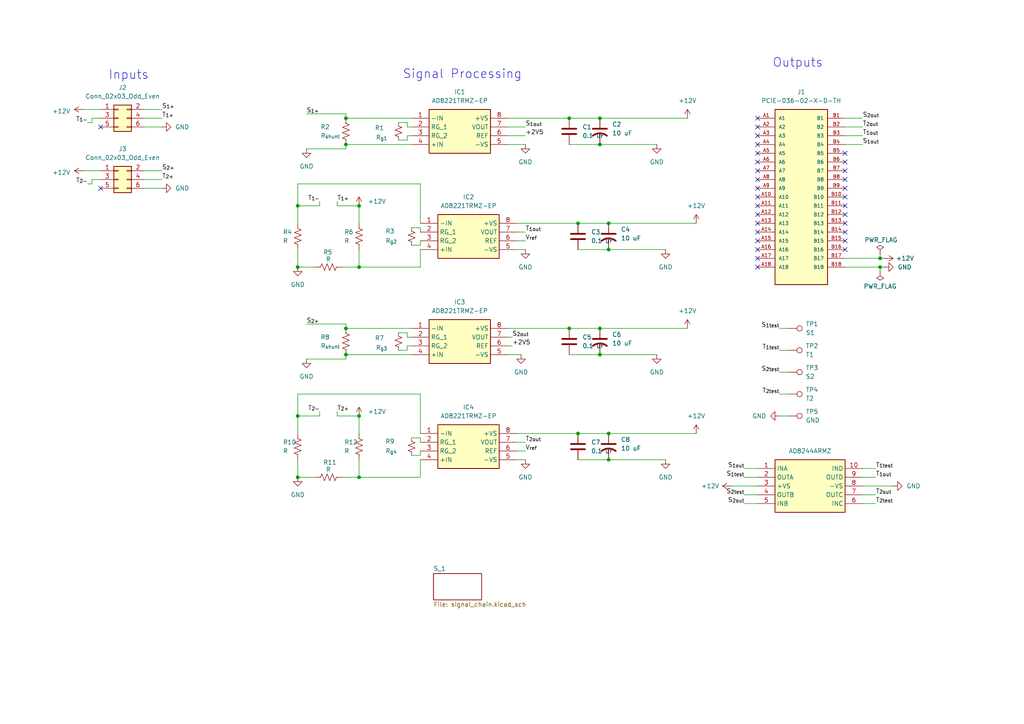
<source format=kicad_sch>
(kicad_sch (version 20250114) (generator "eeschema") (generator_version "9.0")
  (paper "A4")
  (lib_symbols
    (symbol "Connector:TestPoint" (pin_numbers (hide yes)) (pin_names (offset 0.762) (hide yes))
      (property "Reference" "TP" (at 0 6.858 0))
      (property "Value" "TestPoint" (at 0 5.08 0))
      (symbol "TestPoint_0_1"
        (circle (center 0 3.302) (radius 0.762))
      )
      (symbol "TestPoint_1_1"
        (pin passive line (at 0 0 90) (length 2.54) (name "1") (number "1"))
      )
    )
    (symbol "Connector_Generic:Conn_02x03_Odd_Even" (pin_names (offset 1.016) (hide yes))
      (property "Reference" "J" (at 1.27 5.08 0))
      (property "Value" "Conn_02x03_Odd_Even" (at 1.27 -5.08 0))
      (symbol "Conn_02x03_Odd_Even_1_1"
        (rectangle (start -1.27 3.81) (end 3.81 -3.81) (stroke (width 0.254)) (fill (type background)))
        (rectangle (start -1.27 2.667) (end 0 2.413) (stroke (width 0.1524)))
        (rectangle (start -1.27 0.127) (end 0 -0.127) (stroke (width 0.1524)))
        (rectangle (start -1.27 -2.413) (end 0 -2.667) (stroke (width 0.1524)))
        (rectangle (start 3.81 2.667) (end 2.54 2.413) (stroke (width 0.1524)))
        (rectangle (start 3.81 0.127) (end 2.54 -0.127) (stroke (width 0.1524)))
        (rectangle (start 3.81 -2.413) (end 2.54 -2.667) (stroke (width 0.1524)))
        (pin passive line (at -5.08 2.54 0) (length 3.81) (name "Pin_1") (number "1"))
        (pin passive line (at -5.08 0 0) (length 3.81) (name "Pin_3") (number "3"))
        (pin passive line (at -5.08 -2.54 0) (length 3.81) (name "Pin_5") (number "5"))
        (pin passive line (at 7.62 2.54 180) (length 3.81) (name "Pin_2") (number "2"))
        (pin passive line (at 7.62 0 180) (length 3.81) (name "Pin_4") (number "4"))
        (pin passive line (at 7.62 -2.54 180) (length 3.81) (name "Pin_6") (number "6"))
      )
    )
    (symbol "Device:C" (pin_numbers (hide yes)) (pin_names (offset 0.254))
      (property "Reference" "C" (at 0.635 2.54 0))
      (property "Value" "C" (at 0.635 -2.54 0))
      (symbol "C_0_1"
        (polyline (pts (xy -2.032 0.762) (xy 2.032 0.762)) (stroke (width 0.508)))
        (polyline (pts (xy -2.032 -0.762) (xy 2.032 -0.762)) (stroke (width 0.508)))
      )
      (symbol "C_1_1"
        (pin passive line (at 0 3.81 270) (length 2.794) (name "~") (number "1"))
        (pin passive line (at 0 -3.81 90) (length 2.794) (name "~") (number "2"))
      )
    )
    (symbol "Device:C_US" (pin_numbers (hide yes)) (pin_names (offset 0.254) (hide yes))
      (property "Reference" "C" (at 0.635 2.54 0))
      (property "Value" "C_US" (at 0.635 -2.54 0))
      (symbol "C_US_0_1"
        (polyline (pts (xy -2.032 0.762) (xy 2.032 0.762)) (stroke (width 0.508)))
        (arc (start -2.032 -1.27) (mid 0 -0.5572) (end 2.032 -1.27) (stroke (width 0.508)))
      )
      (symbol "C_US_1_1"
        (pin passive line (at 0 3.81 270) (length 2.794) (name "~") (number "1"))
        (pin passive line (at 0 -3.81 90) (length 3.302) (name "~") (number "2"))
      )
    )
    (symbol "Device:R_Small_US" (pin_numbers (hide yes)) (pin_names (offset 0.254) (hide yes))
      (property "Reference" "R" (at 0.762 0.508 0))
      (property "Value" "R_Small_US" (at 0.762 -1.016 0))
      (symbol "R_Small_US_1_1"
        (polyline (pts (xy 0 1.524) (xy 1.016 1.143) (xy 0 0.762) (xy -1.016 0.381) (xy 0 0)))
        (polyline (pts (xy 0 0) (xy 1.016 -0.381) (xy 0 -0.762) (xy -1.016 -1.143) (xy 0 -1.524)))
        (pin passive line (at 0 2.54 270) (length 1.016) (name "~") (number "1"))
        (pin passive line (at 0 -2.54 90) (length 1.016) (name "~") (number "2"))
      )
    )
    (symbol "Device:R_US" (pin_numbers (hide yes)) (pin_names (offset 0))
      (property "Reference" "R" (at 2.54 0 90))
      (property "Value" "R_US" (at -2.54 0 90))
      (symbol "R_US_0_1"
        (polyline (pts (xy 0 2.286) (xy 0 2.54)))
        (polyline (pts (xy 0 2.286) (xy 1.016 1.905) (xy 0 1.524) (xy -1.016 1.143) (xy 0 0.762)))
        (polyline (pts (xy 0 0.762) (xy 1.016 0.381) (xy 0 0) (xy -1.016 -0.381) (xy 0 -0.762)))
        (polyline (pts (xy 0 -0.762) (xy 1.016 -1.143) (xy 0 -1.524) (xy -1.016 -1.905) (xy 0 -2.286)))
        (polyline (pts (xy 0 -2.286) (xy 0 -2.54)))
      )
      (symbol "R_US_1_1"
        (pin passive line (at 0 3.81 270) (length 1.27) (name "~") (number "1"))
        (pin passive line (at 0 -3.81 90) (length 1.27) (name "~") (number "2"))
      )
    )
    (symbol "Link_Components:AD8221TRMZ"
      (property "Reference" "IC1" (at 13.97 7.62 0))
      (property "Value" "AD8221TRMZ" (at 13.97 5.08 0))
      (symbol "AD8221TRMZ_1_1"
        (rectangle (start 5.08 2.54) (end 22.86 -10.16) (stroke (width 0.254)) (fill (type background)))
        (pin passive line (at 0 0 0) (length 5.08) (name "-IN") (number "1"))
        (pin passive line (at 0 -2.54 0) (length 5.08) (name "RG_1") (number "2"))
        (pin passive line (at 0 -5.08 0) (length 5.08) (name "RG_2") (number "3"))
        (pin passive line (at 0 -7.62 0) (length 5.08) (name "+IN") (number "4"))
        (pin passive line (at 27.94 0 180) (length 5.08) (name "+VS") (number "8"))
        (pin passive line (at 27.94 -2.54 180) (length 5.08) (name "VOUT") (number "7"))
        (pin passive line (at 27.94 -5.08 180) (length 5.08) (name "REF") (number "6"))
        (pin passive line (at 27.94 -7.62 180) (length 5.08) (name "-VS") (number "5"))
      )
    )
    (symbol "Link_Components:AD8244ARMZ"
      (property "Reference" "L" (at 26.67 7.62 0))
      (property "Value" "AD8244ARMZ" (at 26.67 5.08 0))
      (symbol "AD8244ARMZ_1_1"
        (rectangle (start 5.08 2.54) (end 25.4 -12.7) (stroke (width 0.254)) (fill (type background)))
        (pin passive line (at 0 0 0) (length 5.08) (name "INA") (number "1"))
        (pin passive line (at 0 -2.54 0) (length 5.08) (name "OUTA") (number "2"))
        (pin passive line (at 0 -5.08 0) (length 5.08) (name "+VS") (number "3"))
        (pin passive line (at 0 -7.62 0) (length 5.08) (name "OUTB") (number "4"))
        (pin passive line (at 0 -10.16 0) (length 5.08) (name "INB") (number "5"))
        (pin passive line (at 30.48 0 180) (length 5.08) (name "IND") (number "10"))
        (pin passive line (at 30.48 -2.54 180) (length 5.08) (name "OUTD") (number "9"))
        (pin passive line (at 30.48 -5.08 180) (length 5.08) (name "-VS") (number "8"))
        (pin passive line (at 30.48 -7.62 180) (length 5.08) (name "OUTC") (number "7"))
        (pin passive line (at 30.48 -10.16 180) (length 5.08) (name "INC") (number "6"))
      )
    )
    (symbol "Link_Components:PCIE-036-02-X-D-TH" (pin_names (offset 1.016))
      (property "Reference" "J1" (at 0 30.48 0))
      (property "Value" "PCIE-036-02-X-D-TH" (at 0 27.94 0))
      (symbol "PCIE-036-02-X-D-TH_0_0"
        (rectangle (start -7.62 -25.4) (end 7.62 25.4) (stroke (width 0.254)) (fill (type background)))
        (pin passive line (at -12.7 22.86 0) (length 5.08) (name "A1") (number "A1"))
        (pin passive line (at -12.7 20.32 0) (length 5.08) (name "A2") (number "A2"))
        (pin passive line (at -12.7 17.78 0) (length 5.08) (name "A3") (number "A3"))
        (pin passive line (at -12.7 15.24 0) (length 5.08) (name "A4") (number "A4"))
        (pin passive line (at -12.7 12.7 0) (length 5.08) (name "A5") (number "A5"))
        (pin passive line (at -12.7 10.16 0) (length 5.08) (name "A6") (number "A6"))
        (pin passive line (at -12.7 7.62 0) (length 5.08) (name "A7") (number "A7"))
        (pin passive line (at -12.7 5.08 0) (length 5.08) (name "A8") (number "A8"))
        (pin passive line (at -12.7 2.54 0) (length 5.08) (name "A9") (number "A9"))
        (pin passive line (at -12.7 0 0) (length 5.08) (name "A10") (number "A10"))
        (pin passive line (at -12.7 -2.54 0) (length 5.08) (name "A11") (number "A11"))
        (pin passive line (at -12.7 -5.08 0) (length 5.08) (name "A12") (number "A12"))
        (pin passive line (at -12.7 -7.62 0) (length 5.08) (name "A13") (number "A13"))
        (pin passive line (at -12.7 -10.16 0) (length 5.08) (name "A14") (number "A14"))
        (pin passive line (at -12.7 -12.7 0) (length 5.08) (name "A15") (number "A15"))
        (pin passive line (at -12.7 -15.24 0) (length 5.08) (name "A16") (number "A16"))
        (pin passive line (at -12.7 -17.78 0) (length 5.08) (name "A17") (number "A17"))
        (pin passive line (at -12.7 -20.32 0) (length 5.08) (name "A18") (number "A18"))
        (pin passive line (at 12.7 22.86 180) (length 5.08) (name "B1") (number "B1"))
        (pin passive line (at 12.7 20.32 180) (length 5.08) (name "B2") (number "B2"))
        (pin passive line (at 12.7 17.78 180) (length 5.08) (name "B3") (number "B3"))
        (pin passive line (at 12.7 15.24 180) (length 5.08) (name "B4") (number "B4"))
        (pin passive line (at 12.7 12.7 180) (length 5.08) (name "B5") (number "B5"))
        (pin passive line (at 12.7 10.16 180) (length 5.08) (name "B6") (number "B6"))
        (pin passive line (at 12.7 7.62 180) (length 5.08) (name "B7") (number "B7"))
        (pin passive line (at 12.7 5.08 180) (length 5.08) (name "B8") (number "B8"))
        (pin passive line (at 12.7 2.54 180) (length 5.08) (name "B9") (number "B9"))
        (pin passive line (at 12.7 0 180) (length 5.08) (name "B10") (number "B10"))
        (pin passive line (at 12.7 -2.54 180) (length 5.08) (name "B11") (number "B11"))
        (pin passive line (at 12.7 -5.08 180) (length 5.08) (name "B12") (number "B12"))
        (pin passive line (at 12.7 -7.62 180) (length 5.08) (name "B13") (number "B13"))
        (pin passive line (at 12.7 -10.16 180) (length 5.08) (name "B14") (number "B14"))
        (pin passive line (at 12.7 -12.7 180) (length 5.08) (name "B15") (number "B15"))
        (pin passive line (at 12.7 -15.24 180) (length 5.08) (name "B16") (number "B16"))
        (pin passive line (at 12.7 -20.32 180) (length 5.08) (name "B18") (number "B18"))
      )
      (symbol "PCIE-036-02-X-D-TH_1_0"
        (pin passive line (at 12.7 -17.78 180) (length 5.08) (name "B17") (number "B17"))
      )
    )
    (symbol "power:+12V" (power) (pin_numbers (hide yes)) (pin_names (offset 0) (hide yes))
      (property "Value" "+12V" (at 0 3.556 0))
      (symbol "+12V_0_1"
        (polyline (pts (xy -0.762 1.27) (xy 0 2.54)))
        (polyline (pts (xy 0 2.54) (xy 0.762 1.27)))
        (polyline (pts (xy 0 0) (xy 0 2.54)))
      )
      (symbol "+12V_1_1"
        (pin power_in line (at 0 0 90) (length 0) (name "~") (number "1"))
      )
    )
    (symbol "power:GND" (power) (pin_numbers (hide yes)) (pin_names (offset 0) (hide yes))
      (property "Value" "GND" (at 0 -3.81 0))
      (symbol "GND_0_1"
        (polyline (pts (xy 0 0) (xy 0 -1.27) (xy 1.27 -1.27) (xy 0 -2.54) (xy -1.27 -1.27) (xy 0 -1.27)))
      )
      (symbol "GND_1_1"
        (pin power_in line (at 0 0 270) (length 0) (name "~") (number "1"))
      )
    )
    (symbol "power:PWR_FLAG" (power) (pin_numbers (hide yes)) (pin_names (offset 0) (hide yes))
      (property "Value" "PWR_FLAG" (at 0 3.81 0))
      (symbol "PWR_FLAG_0_0"
        (pin power_out line (at 0 0 90) (length 0) (name "~") (number "1"))
      )
      (symbol "PWR_FLAG_0_1"
        (polyline (pts (xy 0 0) (xy 0 1.27) (xy -1.016 1.905) (xy 0 2.54) (xy 1.016 1.905) (xy 0 1.27)))
      )
    )
  )
  (text "Inputs\n" (at 37.338 21.844 0) (effects (font (size 2.54 2.54))))
  (text "Signal Processing" (at 134.112 21.59 0) (effects (font (size 2.54 2.54))))
  (text "Outputs" (at 231.394 18.288 0) (effects (font (size 2.54 2.54))))
  (junction (at 86.36 77.47))
  (junction (at 173.99 95.25))
  (junction (at 86.36 120.65))
  (junction (at 173.99 41.91))
  (junction (at 173.99 34.29))
  (junction (at 176.53 64.77))
  (junction (at 100.33 34.29))
  (junction (at 176.53 133.35))
  (junction (at 104.14 77.47))
  (junction (at 100.33 102.87))
  (junction (at 104.14 138.43))
  (junction (at 104.14 59.69))
  (junction (at 255.27 74.93))
  (junction (at 255.27 77.47))
  (junction (at 165.1 34.29))
  (junction (at 100.33 41.91))
  (junction (at 167.64 125.73))
  (junction (at 86.36 59.69))
  (junction (at 104.14 120.65))
  (junction (at 176.53 72.39))
  (junction (at 167.64 64.77))
  (junction (at 100.33 95.25))
  (junction (at 176.53 125.73))
  (junction (at 173.99 102.87))
  (junction (at 165.1 95.25))
  (junction (at 86.36 138.43))
  (no_connect (at 219.71 77.47))
  (no_connect (at 245.11 64.77))
  (no_connect (at 219.71 69.85))
  (no_connect (at 219.71 59.69))
  (no_connect (at 219.71 72.39))
  (no_connect (at 245.11 59.69))
  (no_connect (at 219.71 46.99))
  (no_connect (at 245.11 57.15))
  (no_connect (at 219.71 62.23))
  (no_connect (at 245.11 67.31))
  (no_connect (at 219.71 74.93))
  (no_connect (at 29.21 36.83))
  (no_connect (at 219.71 52.07))
  (no_connect (at 219.71 64.77))
  (no_connect (at 219.71 67.31))
  (no_connect (at 245.11 69.85))
  (no_connect (at 219.71 54.61))
  (no_connect (at 245.11 52.07))
  (no_connect (at 245.11 54.61))
  (no_connect (at 219.71 44.45))
  (no_connect (at 219.71 36.83))
  (no_connect (at 219.71 39.37))
  (no_connect (at 245.11 44.45))
  (no_connect (at 219.71 49.53))
  (no_connect (at 29.21 54.61))
  (no_connect (at 245.11 49.53))
  (no_connect (at 219.71 57.15))
  (no_connect (at 219.71 41.91))
  (no_connect (at 219.71 34.29))
  (no_connect (at 245.11 72.39))
  (no_connect (at 245.11 46.99))
  (no_connect (at 245.11 62.23))
  (wire (pts (xy 118.11 97.79) (xy 119.38 97.79)))
  (wire (pts (xy 86.36 120.65) (xy 92.71 120.65)))
  (wire (pts (xy 165.1 95.25) (xy 173.99 95.25)))
  (wire (pts (xy 92.71 58.42) (xy 92.71 59.69)))
  (wire (pts (xy 25.4 53.34) (xy 26.67 53.34)))
  (wire (pts (xy 255.27 73.66) (xy 255.27 74.93)))
  (wire (pts (xy 245.11 36.83) (xy 250.19 36.83)))
  (wire (pts (xy 250.19 143.51) (xy 254 143.51)))
  (wire (pts (xy 97.79 59.69) (xy 104.14 59.69)))
  (wire (pts (xy 104.14 120.65) (xy 104.14 125.73)))
  (wire (pts (xy 41.91 49.53) (xy 46.99 49.53)))
  (wire (pts (xy 26.67 34.29) (xy 29.21 34.29)))
  (wire (pts (xy 167.64 64.77) (xy 176.53 64.77)))
  (wire (pts (xy 176.53 133.35) (xy 167.64 133.35)))
  (wire (pts (xy 165.1 34.29) (xy 173.99 34.29)))
  (wire (pts (xy 41.91 31.75) (xy 46.99 31.75)))
  (wire (pts (xy 193.04 133.35) (xy 176.53 133.35)))
  (wire (pts (xy 100.33 33.02) (xy 100.33 34.29)))
  (wire (pts (xy 215.9 143.51) (xy 219.71 143.51)))
  (wire (pts (xy 215.9 135.89) (xy 219.71 135.89)))
  (wire (pts (xy 121.92 66.04) (xy 119.38 66.04)))
  (wire (pts (xy 245.11 39.37) (xy 250.19 39.37)))
  (wire (pts (xy 99.06 77.47) (xy 104.14 77.47)))
  (wire (pts (xy 118.11 100.33) (xy 119.38 100.33)))
  (wire (pts (xy 100.33 41.91) (xy 119.38 41.91)))
  (wire (pts (xy 91.44 77.47) (xy 86.36 77.47)))
  (wire (pts (xy 245.11 77.47) (xy 255.27 77.47)))
  (wire (pts (xy 86.36 138.43) (xy 86.36 133.35)))
  (wire (pts (xy 97.79 120.65) (xy 104.14 120.65)))
  (wire (pts (xy 100.33 93.98) (xy 100.33 95.25)))
  (wire (pts (xy 149.86 69.85) (xy 152.4 69.85)))
  (wire (pts (xy 245.11 34.29) (xy 250.19 34.29)))
  (wire (pts (xy 147.32 102.87) (xy 151.13 102.87)))
  (wire (pts (xy 41.91 54.61) (xy 46.99 54.61)))
  (wire (pts (xy 104.14 77.47) (xy 121.92 77.47)))
  (wire (pts (xy 173.99 34.29) (xy 199.39 34.29)))
  (wire (pts (xy 173.99 41.91) (xy 165.1 41.91)))
  (wire (pts (xy 250.19 138.43) (xy 254 138.43)))
  (wire (pts (xy 190.5 41.91) (xy 173.99 41.91)))
  (wire (pts (xy 100.33 41.91) (xy 100.33 43.18)))
  (wire (pts (xy 29.21 31.75) (xy 24.13 31.75)))
  (wire (pts (xy 250.19 146.05) (xy 254 146.05)))
  (wire (pts (xy 226.06 114.3) (xy 228.6 114.3)))
  (wire (pts (xy 121.92 127) (xy 121.92 128.27)))
  (wire (pts (xy 25.4 35.56) (xy 26.67 35.56)))
  (wire (pts (xy 250.19 135.89) (xy 254 135.89)))
  (wire (pts (xy 149.86 64.77) (xy 167.64 64.77)))
  (wire (pts (xy 176.53 125.73) (xy 201.93 125.73)))
  (wire (pts (xy 26.67 35.56) (xy 26.67 34.29)))
  (wire (pts (xy 255.27 77.47) (xy 256.54 77.47)))
  (wire (pts (xy 147.32 97.79) (xy 148.59 97.79)))
  (wire (pts (xy 26.67 53.34) (xy 26.67 52.07)))
  (wire (pts (xy 147.32 100.33) (xy 148.59 100.33)))
  (wire (pts (xy 147.32 41.91) (xy 152.4 41.91)))
  (wire (pts (xy 104.14 59.69) (xy 104.14 64.77)))
  (wire (pts (xy 173.99 102.87) (xy 165.1 102.87)))
  (wire (pts (xy 118.11 36.83) (xy 118.11 35.56)))
  (wire (pts (xy 41.91 52.07) (xy 46.99 52.07)))
  (wire (pts (xy 212.09 140.97) (xy 219.71 140.97)))
  (wire (pts (xy 26.67 52.07) (xy 29.21 52.07)))
  (wire (pts (xy 121.92 127) (xy 119.38 127)))
  (wire (pts (xy 121.92 114.3) (xy 86.36 114.3)))
  (wire (pts (xy 118.11 40.64) (xy 118.11 39.37)))
  (wire (pts (xy 86.36 77.47) (xy 86.36 72.39)))
  (wire (pts (xy 121.92 71.12) (xy 121.92 69.85)))
  (wire (pts (xy 245.11 41.91) (xy 250.19 41.91)))
  (wire (pts (xy 104.14 77.47) (xy 104.14 72.39)))
  (wire (pts (xy 29.21 49.53) (xy 24.13 49.53)))
  (wire (pts (xy 88.9 43.18) (xy 100.33 43.18)))
  (wire (pts (xy 173.99 95.25) (xy 199.39 95.25)))
  (wire (pts (xy 176.53 72.39) (xy 167.64 72.39)))
  (wire (pts (xy 104.14 138.43) (xy 121.92 138.43)))
  (wire (pts (xy 41.91 34.29) (xy 46.99 34.29)))
  (wire (pts (xy 215.9 146.05) (xy 219.71 146.05)))
  (wire (pts (xy 147.32 95.25) (xy 165.1 95.25)))
  (wire (pts (xy 100.33 34.29) (xy 119.38 34.29)))
  (wire (pts (xy 118.11 35.56) (xy 115.57 35.56)))
  (wire (pts (xy 149.86 67.31) (xy 152.4 67.31)))
  (wire (pts (xy 91.44 138.43) (xy 86.36 138.43)))
  (wire (pts (xy 88.9 33.02) (xy 100.33 33.02)))
  (wire (pts (xy 193.04 72.39) (xy 176.53 72.39)))
  (wire (pts (xy 121.92 53.34) (xy 86.36 53.34)))
  (wire (pts (xy 176.53 64.77) (xy 201.93 64.77)))
  (wire (pts (xy 255.27 78.74) (xy 255.27 77.47)))
  (wire (pts (xy 100.33 102.87) (xy 119.38 102.87)))
  (wire (pts (xy 115.57 101.6) (xy 118.11 101.6)))
  (wire (pts (xy 118.11 97.79) (xy 118.11 96.52)))
  (wire (pts (xy 256.54 74.93) (xy 255.27 74.93)))
  (wire (pts (xy 147.32 34.29) (xy 165.1 34.29)))
  (wire (pts (xy 121.92 66.04) (xy 121.92 67.31)))
  (wire (pts (xy 121.92 138.43) (xy 121.92 133.35)))
  (wire (pts (xy 100.33 95.25) (xy 119.38 95.25)))
  (wire (pts (xy 118.11 96.52) (xy 115.57 96.52)))
  (wire (pts (xy 92.71 119.38) (xy 92.71 120.65)))
  (wire (pts (xy 226.06 120.65) (xy 228.6 120.65)))
  (wire (pts (xy 147.32 36.83) (xy 152.4 36.83)))
  (wire (pts (xy 226.06 101.6) (xy 228.6 101.6)))
  (wire (pts (xy 86.36 53.34) (xy 86.36 59.69)))
  (wire (pts (xy 226.06 107.95) (xy 228.6 107.95)))
  (wire (pts (xy 121.92 125.73) (xy 121.92 114.3)))
  (wire (pts (xy 167.64 125.73) (xy 176.53 125.73)))
  (wire (pts (xy 119.38 71.12) (xy 121.92 71.12)))
  (wire (pts (xy 190.5 102.87) (xy 173.99 102.87)))
  (wire (pts (xy 88.9 93.98) (xy 100.33 93.98)))
  (wire (pts (xy 118.11 36.83) (xy 119.38 36.83)))
  (wire (pts (xy 119.38 132.08) (xy 121.92 132.08)))
  (wire (pts (xy 149.86 133.35) (xy 152.4 133.35)))
  (wire (pts (xy 245.11 74.93) (xy 255.27 74.93)))
  (wire (pts (xy 99.06 138.43) (xy 104.14 138.43)))
  (wire (pts (xy 86.36 64.77) (xy 86.36 59.69)))
  (wire (pts (xy 121.92 77.47) (xy 121.92 72.39)))
  (wire (pts (xy 147.32 39.37) (xy 152.4 39.37)))
  (wire (pts (xy 115.57 40.64) (xy 118.11 40.64)))
  (wire (pts (xy 100.33 102.87) (xy 100.33 104.14)))
  (wire (pts (xy 121.92 132.08) (xy 121.92 130.81)))
  (wire (pts (xy 149.86 130.81) (xy 152.4 130.81)))
  (wire (pts (xy 88.9 104.14) (xy 100.33 104.14)))
  (wire (pts (xy 118.11 101.6) (xy 118.11 100.33)))
  (wire (pts (xy 149.86 72.39) (xy 152.4 72.39)))
  (wire (pts (xy 250.19 140.97) (xy 259.08 140.97)))
  (wire (pts (xy 86.36 125.73) (xy 86.36 120.65)))
  (wire (pts (xy 149.86 125.73) (xy 167.64 125.73)))
  (wire (pts (xy 118.11 39.37) (xy 119.38 39.37)))
  (wire (pts (xy 97.79 119.38) (xy 97.79 120.65)))
  (wire (pts (xy 104.14 138.43) (xy 104.14 133.35)))
  (wire (pts (xy 41.91 36.83) (xy 46.99 36.83)))
  (wire (pts (xy 226.06 95.25) (xy 228.6 95.25)))
  (wire (pts (xy 86.36 114.3) (xy 86.36 120.65)))
  (wire (pts (xy 215.9 138.43) (xy 219.71 138.43)))
  (wire (pts (xy 97.79 58.42) (xy 97.79 59.69)))
  (wire (pts (xy 121.92 64.77) (xy 121.92 53.34)))
  (wire (pts (xy 149.86 128.27) (xy 152.4 128.27)))
  (wire (pts (xy 86.36 59.69) (xy 92.71 59.69)))
  (label "T_{1out}" (at 250.19 39.37 0))
  (label "T_{1+}" (at 97.79 58.42 0))
  (label "T_{2out}" (at 254 143.51 0))
  (label "S_{2out}" (at 250.19 34.29 0))
  (label "T_{1-}" (at 92.71 58.42 180))
  (label "+2V5" (at 148.59 100.33 0))
  (label "T_{2out}" (at 152.4 128.27 0))
  (label "T_{2-}" (at 92.71 119.38 180))
  (label "+2V5" (at 152.4 39.37 0))
  (label "T_{1out}" (at 254 138.43 0))
  (label "V_{ref}" (at 152.4 69.85 0))
  (label "S_{1+}" (at 46.99 31.75 0))
  (label "T_{2out}" (at 250.19 36.83 0))
  (label "S_{1+}" (at 88.9 33.02 0))
  (label "S_{1test}" (at 215.9 138.43 180))
  (label "S_{2+}" (at 46.99 49.53 0))
  (label "T_{1test}" (at 254 135.89 0))
  (label "S_{2test}" (at 215.9 143.51 180))
  (label "V_{ref}" (at 152.4 130.81 0))
  (label "T_{1test}" (at 226.06 101.6 180))
  (label "T_{2test}" (at 254 146.05 0))
  (label "T_{1out}" (at 152.4 67.31 0))
  (label "T_{2+}" (at 46.99 52.07 0))
  (label "S_{1out}" (at 250.19 41.91 0))
  (label "S_{2+}" (at 88.9 93.98 0))
  (label "S_{2test}" (at 226.06 107.95 180))
  (label "T_{1+}" (at 46.99 34.29 0))
  (label "T_{1-}" (at 25.4 35.56 180))
  (label "S_{1out}" (at 215.9 135.89 180))
  (label "S_{2out}" (at 215.9 146.05 180))
  (label "T_{2-}" (at 25.4 53.34 180))
  (label "S_{2out}" (at 148.59 97.79 0))
  (label "T_{2+}" (at 97.79 119.38 0))
  (label "S_{1out}" (at 152.4 36.83 0))
  (label "S_{1test}" (at 226.06 95.25 180))
  (label "T_{2test}" (at 226.06 114.3 180))
  (symbol (lib_id "Device:R_Small_US") (at 115.57 38.1 0) (unit 1)
    (property "Reference" "R1" (at 108.712 37.084 0) (effects (justify left)))
    (property "Value" "R_{g1}" (at 108.966 39.878 0) (effects (justify left)))
    (property "Footprint" "Resistor_SMD:R_0805_2012Metric" (effects (hide yes)))
    (property "Description" "Resistor, small US symbol" (effects (hide yes)))
  )
  (symbol (lib_id "Device:R_US") (at 100.33 99.06 0) (unit 1)
    (property "Reference" "R8" (at 92.964 97.79 0) (effects (justify left)))
    (property "Value" "R_{shunt}" (at 92.964 100.33 0) (effects (justify left)))
    (property "Footprint" "Resistor_SMD:R_0805_2012Metric" (effects (hide yes)))
    (property "Description" "Resistor, US symbol" (effects (hide yes)))
  )
  (symbol (lib_id "Link_Components:AD8221TRMZ") (at 119.38 95.25 0) (unit 1)
    (property "Reference" "IC3" (at 133.35 87.63 0))
    (property "Value" "AD8221TRMZ-EP" (at 133.35 90.17 0))
    (property "Footprint" "Link Footprints:AD8221TRMZ" (effects (hide yes)))
    (property "Datasheet" "https://www.analog.com/media/en/technical-documentation/data-sheets/AD8221-EP.pdf" (effects (hide yes)))
    (property "Description" "Instrumentation Amplifiers Precision Instrumentation Amplifier" (effects (hide yes)))
    (property "Height" "1.1" (effects (hide yes)))
    (property "Manufacturer_Name" "Analog Devices" (effects (hide yes)))
    (property "Manufacturer_Part_Number" "AD8221TRMZ-EP" (effects (hide yes)))
    (property "Mouser Part Number" "584-AD8221TRMZ-EP" (effects (hide yes)))
    (property "Mouser Price/Stock" "https://www.mouser.co.uk/ProductDetail/Analog-Devices/AD8221TRMZ-EP?qs=he1Eu8VmQT0A9Q89oR907g%3D%3D" (effects (hide yes)))
    (property "Arrow Part Number" "AD8221TRMZ-EP" (effects (hide yes)))
    (property "Arrow Price/Stock" "https://www.arrow.com/en/products/ad8221trmz-ep/analog-devices?region=europe" (effects (hide yes)))
  )
  (symbol (lib_id "Link_Components:AD8221TRMZ") (at 121.92 64.77 0) (unit 1)
    (property "Reference" "IC2" (at 135.89 57.15 0))
    (property "Value" "AD8221TRMZ-EP" (at 135.89 59.69 0))
    (property "Footprint" "Link Footprints:AD8221TRMZ" (effects (hide yes)))
    (property "Datasheet" "https://www.analog.com/media/en/technical-documentation/data-sheets/AD8221-EP.pdf" (effects (hide yes)))
    (property "Description" "Instrumentation Amplifiers Precision Instrumentation Amplifier" (effects (hide yes)))
    (property "Height" "1.1" (effects (hide yes)))
    (property "Manufacturer_Name" "Analog Devices" (effects (hide yes)))
    (property "Manufacturer_Part_Number" "AD8221TRMZ-EP" (effects (hide yes)))
    (property "Mouser Part Number" "584-AD8221TRMZ-EP" (effects (hide yes)))
    (property "Mouser Price/Stock" "https://www.mouser.co.uk/ProductDetail/Analog-Devices/AD8221TRMZ-EP?qs=he1Eu8VmQT0A9Q89oR907g%3D%3D" (effects (hide yes)))
    (property "Arrow Part Number" "AD8221TRMZ-EP" (effects (hide yes)))
    (property "Arrow Price/Stock" "https://www.arrow.com/en/products/ad8221trmz-ep/analog-devices?region=europe" (effects (hide yes)))
  )
  (symbol (lib_id "power:+12V") (at 201.93 64.77 0) (unit 1)
    (property "Reference" "#PWR09" (effects (hide yes)))
    (property "Value" "+12V" (at 201.93 59.69 0))
    (property "Description" "Power symbol creates a global label with name \"+12V\"" (effects (hide yes)))
  )
  (symbol (lib_id "Device:R_US") (at 95.25 138.43 270) (unit 1)
    (property "Reference" "R11" (at 93.726 134.112 90) (effects (justify left)))
    (property "Value" "R" (at 94.488 136.144 90) (effects (justify left)))
    (property "Footprint" "Resistor_SMD:R_0805_2012Metric" (effects (hide yes)))
    (property "Description" "Resistor, US symbol" (effects (hide yes)))
  )
  (symbol (lib_id "power:GND") (at 193.04 133.35 0) (unit 1)
    (property "Reference" "#PWR028" (effects (hide yes)))
    (property "Value" "GND" (at 193.04 138.43 0))
    (property "Description" "Power symbol creates a global label with name \"GND\" , ground" (effects (hide yes)))
  )
  (symbol (lib_id "power:+12V") (at 256.54 74.93 270) (unit 1)
    (property "Reference" "#PWR04" (effects (hide yes)))
    (property "Value" "+12V" (at 259.842 74.93 90) (effects (justify left)))
    (property "Description" "Power symbol creates a global label with name \"+12V\"" (effects (hide yes)))
  )
  (symbol (lib_id "Connector:TestPoint") (at 228.6 95.25 270) (unit 1)
    (property "Reference" "TP1" (at 233.68 93.9799 90) (effects (justify left)))
    (property "Value" "S1" (at 233.68 96.5199 90) (effects (justify left)))
    (property "Footprint" "Link Footprints:Keystone_5017" (effects (hide yes)))
    (property "Description" "test point" (effects (hide yes)))
  )
  (symbol (lib_id "Device:R_US") (at 86.36 129.54 0) (unit 1)
    (property "Reference" "R10" (at 82.042 128.27 0) (effects (justify left)))
    (property "Value" "R" (at 82.042 130.81 0) (effects (justify left)))
    (property "Footprint" "Resistor_SMD:R_0805_2012Metric" (effects (hide yes)))
    (property "Description" "Resistor, US symbol" (effects (hide yes)))
  )
  (symbol (lib_id "power:GND") (at 86.36 77.47 0) (unit 1)
    (property "Reference" "#PWR02" (effects (hide yes)))
    (property "Value" "GND" (at 86.36 82.55 0))
    (property "Description" "Power symbol creates a global label with name \"GND\" , ground" (effects (hide yes)))
  )
  (symbol (lib_id "power:GND") (at 86.36 138.43 0) (unit 1)
    (property "Reference" "#PWR012" (effects (hide yes)))
    (property "Value" "GND" (at 86.36 143.51 0))
    (property "Description" "Power symbol creates a global label with name \"GND\" , ground" (effects (hide yes)))
  )
  (symbol (lib_id "power:GND") (at 152.4 72.39 0) (unit 1)
    (property "Reference" "#PWR015" (effects (hide yes)))
    (property "Value" "GND" (at 152.4 77.47 0))
    (property "Description" "Power symbol creates a global label with name \"GND\" , ground" (effects (hide yes)))
  )
  (symbol (lib_id "Device:C_US") (at 176.53 129.54 0) (unit 1)
    (property "Reference" "C8" (at 180.086 127.508 0) (effects (justify left)))
    (property "Value" "10 uF" (at 180.086 130.048 0) (effects (justify left)))
    (property "Footprint" "Capacitor_SMD:C_0603_1608Metric" (effects (hide yes)))
    (property "Description" "capacitor, US symbol" (effects (hide yes)))
  )
  (symbol (lib_id "Device:C_US") (at 176.53 68.58 0) (unit 1)
    (property "Reference" "C4" (at 180.086 66.548 0) (effects (justify left)))
    (property "Value" "10 uF" (at 180.086 69.088 0) (effects (justify left)))
    (property "Footprint" "Capacitor_SMD:C_0603_1608Metric" (effects (hide yes)))
    (property "Description" "capacitor, US symbol" (effects (hide yes)))
  )
  (symbol (lib_id "Device:R_US") (at 86.36 68.58 0) (unit 1)
    (property "Reference" "R4" (at 82.042 67.31 0) (effects (justify left)))
    (property "Value" "R" (at 82.042 69.85 0) (effects (justify left)))
    (property "Footprint" "Resistor_SMD:R_0805_2012Metric" (effects (hide yes)))
    (property "Description" "Resistor, US symbol" (effects (hide yes)))
  )
  (symbol (lib_id "Device:C_US") (at 173.99 38.1 0) (unit 1)
    (property "Reference" "C2" (at 177.546 36.068 0) (effects (justify left)))
    (property "Value" "10 uF" (at 177.546 38.608 0) (effects (justify left)))
    (property "Footprint" "Capacitor_SMD:C_0603_1608Metric" (effects (hide yes)))
    (property "Description" "capacitor, US symbol" (effects (hide yes)))
  )
  (symbol (lib_id "power:PWR_FLAG") (at 255.27 78.74 180) (unit 1)
    (property "Reference" "#FLG03" (effects (hide yes)))
    (property "Value" "PWR_FLAG" (at 255.27 83.058 0))
    (property "Description" "Special symbol for telling ERC where power comes from" (effects (hide yes)))
  )
  (symbol (lib_id "power:GND") (at 152.4 41.91 0) (unit 1)
    (property "Reference" "#PWR019" (effects (hide yes)))
    (property "Value" "GND" (at 152.4 46.99 0))
    (property "Description" "Power symbol creates a global label with name \"GND\" , ground" (effects (hide yes)))
  )
  (symbol (lib_id "power:+12V") (at 212.09 140.97 90) (unit 1)
    (property "Reference" "#PWR07" (effects (hide yes)))
    (property "Value" "+12V" (at 205.994 140.97 90))
    (property "Description" "Power symbol creates a global label with name \"+12V\"" (effects (hide yes)))
  )
  (symbol (lib_id "Device:R_US") (at 100.33 38.1 0) (unit 1)
    (property "Reference" "R2" (at 92.964 36.83 0) (effects (justify left)))
    (property "Value" "R_{shunt}" (at 92.964 39.37 0) (effects (justify left)))
    (property "Footprint" "Resistor_SMD:R_0805_2012Metric" (effects (hide yes)))
    (property "Description" "Resistor, US symbol" (effects (hide yes)))
  )
  (symbol (lib_id "power:GND") (at 152.4 133.35 0) (unit 1)
    (property "Reference" "#PWR017" (effects (hide yes)))
    (property "Value" "GND" (at 152.4 138.43 0))
    (property "Description" "Power symbol creates a global label with name \"GND\" , ground" (effects (hide yes)))
  )
  (symbol (lib_id "Device:C") (at 167.64 68.58 0) (unit 1)
    (property "Reference" "C3" (at 171.45 67.3099 0) (effects (justify left)))
    (property "Value" "0.1 uF" (at 171.45 69.8499 0) (effects (justify left)))
    (property "Footprint" "Capacitor_SMD:C_0603_1608Metric" (effects (hide yes)))
    (property "Description" "Unpolarized capacitor" (effects (hide yes)))
  )
  (symbol (lib_id "Connector:TestPoint") (at 228.6 120.65 270) (unit 1)
    (property "Reference" "TP5" (at 233.68 119.3799 90) (effects (justify left)))
    (property "Value" "GND" (at 233.68 121.9199 90) (effects (justify left)))
    (property "Footprint" "Link Footprints:Keystone_5017" (effects (hide yes)))
    (property "Description" "test point" (effects (hide yes)))
  )
  (symbol (lib_id "Device:R_US") (at 104.14 68.58 0) (unit 1)
    (property "Reference" "R6" (at 99.822 67.31 0) (effects (justify left)))
    (property "Value" "R" (at 99.822 69.85 0) (effects (justify left)))
    (property "Footprint" "Resistor_SMD:R_0805_2012Metric" (effects (hide yes)))
    (property "Description" "Resistor, US symbol" (effects (hide yes)))
  )
  (symbol (lib_id "Device:R_Small_US") (at 115.57 99.06 0) (unit 1)
    (property "Reference" "R7" (at 108.712 98.044 0) (effects (justify left)))
    (property "Value" "R_{g3}" (at 108.966 100.838 0) (effects (justify left)))
    (property "Footprint" "Resistor_SMD:R_0805_2012Metric" (effects (hide yes)))
    (property "Description" "Resistor, small US symbol" (effects (hide yes)))
  )
  (symbol (lib_id "Connector:TestPoint") (at 228.6 114.3 270) (unit 1)
    (property "Reference" "TP4" (at 233.68 113.0299 90) (effects (justify left)))
    (property "Value" "T2" (at 233.68 115.5699 90) (effects (justify left)))
    (property "Footprint" "Link Footprints:Keystone_5017" (effects (hide yes)))
    (property "Description" "test point" (effects (hide yes)))
  )
  (symbol (lib_id "Device:C") (at 165.1 38.1 0) (unit 1)
    (property "Reference" "C1" (at 168.91 36.8299 0) (effects (justify left)))
    (property "Value" "0.1 uF" (at 168.91 39.3699 0) (effects (justify left)))
    (property "Footprint" "Capacitor_SMD:C_0603_1608Metric" (effects (hide yes)))
    (property "Description" "Unpolarized capacitor" (effects (hide yes)))
  )
  (symbol (lib_id "Device:R_US") (at 95.25 77.47 270) (unit 1)
    (property "Reference" "R5" (at 93.726 73.152 90) (effects (justify left)))
    (property "Value" "R" (at 94.488 75.184 90) (effects (justify left)))
    (property "Footprint" "Resistor_SMD:R_0805_2012Metric" (effects (hide yes)))
    (property "Description" "Resistor, US symbol" (effects (hide yes)))
  )
  (symbol (lib_id "power:+12V") (at 24.13 31.75 90) (unit 1)
    (property "Reference" "#PWR06" (effects (hide yes)))
    (property "Value" "+12V" (at 17.78 32.258 90))
    (property "Description" "Power symbol creates a global label with name \"+12V\"" (effects (hide yes)))
  )
  (symbol (lib_id "Link_Components:AD8221TRMZ") (at 121.92 125.73 0) (unit 1)
    (property "Reference" "IC4" (at 135.89 118.11 0))
    (property "Value" "AD8221TRMZ-EP" (at 135.89 120.65 0))
    (property "Footprint" "Link Footprints:AD8221TRMZ" (effects (hide yes)))
    (property "Datasheet" "https://www.analog.com/media/en/technical-documentation/data-sheets/AD8221-EP.pdf" (effects (hide yes)))
    (property "Description" "Instrumentation Amplifiers Precision Instrumentation Amplifier" (effects (hide yes)))
    (property "Height" "1.1" (effects (hide yes)))
    (property "Manufacturer_Name" "Analog Devices" (effects (hide yes)))
    (property "Manufacturer_Part_Number" "AD8221TRMZ-EP" (effects (hide yes)))
    (property "Mouser Part Number" "584-AD8221TRMZ-EP" (effects (hide yes)))
    (property "Mouser Price/Stock" "https://www.mouser.co.uk/ProductDetail/Analog-Devices/AD8221TRMZ-EP?qs=he1Eu8VmQT0A9Q89oR907g%3D%3D" (effects (hide yes)))
    (property "Arrow Part Number" "AD8221TRMZ-EP" (effects (hide yes)))
    (property "Arrow Price/Stock" "https://www.arrow.com/en/products/ad8221trmz-ep/analog-devices?region=europe" (effects (hide yes)))
  )
  (symbol (lib_id "power:GND") (at 259.08 140.97 90) (unit 1)
    (property "Reference" "#PWR018" (effects (hide yes)))
    (property "Value" "GND" (at 262.89 140.9699 90) (effects (justify right)))
    (property "Description" "Power symbol creates a global label with name \"GND\" , ground" (effects (hide yes)))
  )
  (symbol (lib_id "power:+12V") (at 201.93 125.73 0) (unit 1)
    (property "Reference" "#PWR029" (effects (hide yes)))
    (property "Value" "+12V" (at 201.93 120.65 0))
    (property "Description" "Power symbol creates a global label with name \"+12V\"" (effects (hide yes)))
  )
  (symbol (lib_id "power:+12V") (at 199.39 95.25 0) (unit 1)
    (property "Reference" "#PWR027" (effects (hide yes)))
    (property "Value" "+12V" (at 199.39 90.17 0))
    (property "Description" "Power symbol creates a global label with name \"+12V\"" (effects (hide yes)))
  )
  (symbol (lib_id "Connector:TestPoint") (at 228.6 107.95 270) (unit 1)
    (property "Reference" "TP3" (at 233.68 106.6799 90) (effects (justify left)))
    (property "Value" "S2" (at 233.68 109.2199 90) (effects (justify left)))
    (property "Footprint" "Link Footprints:Keystone_5017" (effects (hide yes)))
    (property "Description" "test point" (effects (hide yes)))
  )
  (symbol (lib_id "power:+12V") (at 104.14 59.69 0) (unit 1)
    (property "Reference" "#PWR010" (effects (hide yes)))
    (property "Value" "+12V" (at 106.68 58.4199 0) (effects (justify left)))
    (property "Description" "Power symbol creates a global label with name \"+12V\"" (effects (hide yes)))
  )
  (symbol (lib_id "Device:C") (at 165.1 99.06 0) (unit 1)
    (property "Reference" "C5" (at 168.91 97.7899 0) (effects (justify left)))
    (property "Value" "0.1 uF" (at 168.91 100.3299 0) (effects (justify left)))
    (property "Footprint" "Capacitor_SMD:C_0603_1608Metric" (effects (hide yes)))
    (property "Description" "Unpolarized capacitor" (effects (hide yes)))
  )
  (symbol (lib_id "power:GND") (at 190.5 102.87 0) (unit 1)
    (property "Reference" "#PWR026" (effects (hide yes)))
    (property "Value" "GND" (at 190.5 107.95 0))
    (property "Description" "Power symbol creates a global label with name \"GND\" , ground" (effects (hide yes)))
  )
  (symbol (lib_id "power:GND") (at 46.99 36.83 90) (unit 1)
    (property "Reference" "#PWR014" (effects (hide yes)))
    (property "Value" "GND" (at 50.8 36.8299 90) (effects (justify right)))
    (property "Description" "Power symbol creates a global label with name \"GND\" , ground" (effects (hide yes)))
  )
  (symbol (lib_id "Connector_Generic:Conn_02x03_Odd_Even") (at 34.29 34.29 0) (unit 1)
    (property "Reference" "J2" (at 35.56 25.4 0))
    (property "Value" "Conn_02x03_Odd_Even" (at 35.56 27.94 0))
    (property "Footprint" "Link Footprints:PC-1818517" (effects (hide yes)))
    (property "Description" "Generic connector, double row, 02x03, odd/even pin numbering scheme (row 1 odd numbers, row 2 even numbers), script generated (kicad-library-utils/schlib/autogen/connector/)" (effects (hide yes)))
  )
  (symbol (lib_id "Connector:TestPoint") (at 228.6 101.6 270) (unit 1)
    (property "Reference" "TP2" (at 233.68 100.3299 90) (effects (justify left)))
    (property "Value" "T1" (at 233.68 102.8699 90) (effects (justify left)))
    (property "Footprint" "Link Footprints:Keystone_5017" (effects (hide yes)))
    (property "Description" "test point" (effects (hide yes)))
  )
  (symbol (lib_id "power:GND") (at 190.5 41.91 0) (unit 1)
    (property "Reference" "#PWR011" (effects (hide yes)))
    (property "Value" "GND" (at 190.5 46.99 0))
    (property "Description" "Power symbol creates a global label with name \"GND\" , ground" (effects (hide yes)))
  )
  (symbol (lib_id "power:+12V") (at 199.39 34.29 0) (unit 1)
    (property "Reference" "#PWR05" (effects (hide yes)))
    (property "Value" "+12V" (at 199.39 29.21 0))
    (property "Description" "Power symbol creates a global label with name \"+12V\"" (effects (hide yes)))
  )
  (symbol (lib_id "Connector_Generic:Conn_02x03_Odd_Even") (at 34.29 52.07 0) (unit 1)
    (property "Reference" "J3" (at 35.56 43.18 0))
    (property "Value" "Conn_02x03_Odd_Even" (at 35.56 45.72 0))
    (property "Footprint" "Link Footprints:PC-1818517" (effects (hide yes)))
    (property "Description" "Generic connector, double row, 02x03, odd/even pin numbering scheme (row 1 odd numbers, row 2 even numbers), script generated (kicad-library-utils/schlib/autogen/connector/)" (effects (hide yes)))
  )
  (symbol (lib_id "Device:C_US") (at 173.99 99.06 0) (unit 1)
    (property "Reference" "C6" (at 177.546 97.028 0) (effects (justify left)))
    (property "Value" "10 uF" (at 177.546 99.568 0) (effects (justify left)))
    (property "Footprint" "Capacitor_SMD:C_0603_1608Metric" (effects (hide yes)))
    (property "Description" "capacitor, US symbol" (effects (hide yes)))
  )
  (symbol (lib_id "Link_Components:PCIE-036-02-X-D-TH") (at 232.41 57.15 0) (unit 1)
    (property "Reference" "J1" (at 232.41 26.67 0))
    (property "Value" "PCIE-036-02-X-D-TH" (at 232.41 29.21 0))
    (property "Footprint" "Connector_PCBEdge:BUS_PCIexpress_x1" (effects (hide yes)))
    (property "PARTREV" "D" (effects (hide yes)))
    (property "STANDARD" "Manufacturer Recommendations" (effects (hide yes)))
    (property "MAXIMUM_PACKAGE_HEIGHT" "11.38mm" (effects (hide yes)))
    (property "MANUFACTURER" "Samtec Inc" (effects (hide yes)))
  )
  (symbol (lib_id "power:GND") (at 46.99 54.61 90) (unit 1)
    (property "Reference" "#PWR024" (effects (hide yes)))
    (property "Value" "GND" (at 50.8 54.6099 90) (effects (justify right)))
    (property "Description" "Power symbol creates a global label with name \"GND\" , ground" (effects (hide yes)))
  )
  (symbol (lib_id "power:+12V") (at 104.14 120.65 0) (unit 1)
    (property "Reference" "#PWR013" (effects (hide yes)))
    (property "Value" "+12V" (at 106.68 119.3799 0) (effects (justify left)))
    (property "Description" "Power symbol creates a global label with name \"+12V\"" (effects (hide yes)))
  )
  (symbol (lib_id "Device:R_Small_US") (at 119.38 129.54 0) (unit 1)
    (property "Reference" "R9" (at 111.76 128.016 0) (effects (justify left)))
    (property "Value" "R_{g4}" (at 111.76 130.81 0) (effects (justify left)))
    (property "Footprint" "Resistor_SMD:R_0805_2012Metric" (effects (hide yes)))
    (property "Description" "Resistor, small US symbol" (effects (hide yes)))
  )
  (symbol (lib_id "power:GND") (at 193.04 72.39 0) (unit 1)
    (property "Reference" "#PWR025" (effects (hide yes)))
    (property "Value" "GND" (at 193.04 77.47 0))
    (property "Description" "Power symbol creates a global label with name \"GND\" , ground" (effects (hide yes)))
  )
  (symbol (lib_id "Device:R_Small_US") (at 119.38 68.58 0) (unit 1)
    (property "Reference" "R3" (at 111.76 67.056 0) (effects (justify left)))
    (property "Value" "R_{g2}" (at 111.76 69.85 0) (effects (justify left)))
    (property "Footprint" "Resistor_SMD:R_0805_2012Metric" (effects (hide yes)))
    (property "Description" "Resistor, small US symbol" (effects (hide yes)))
  )
  (symbol (lib_id "Link_Components:AD8244ARMZ") (at 219.71 135.89 0) (unit 1)
    (property "Reference" "L1" (effects (hide yes)))
    (property "Value" "AD8244ARMZ" (at 234.95 130.81 0))
    (property "Footprint" "Link Footprints:AD8244ARMZ" (effects (hide yes)))
    (property "Datasheet" "https://componentsearchengine.com/Datasheets/2/AD8244ARMZ.pdf" (effects (hide yes)))
    (property "Description" "Analog Devices AD8244ARMZ, Quad Precision Op Amp, 3MHz Rail-Rail, 3  36 V, 10-Pin MSOP" (effects (hide yes)))
    (property "Height" "1.1" (effects (hide yes)))
    (property "Manufacturer_Name" "Analog Devices" (effects (hide yes)))
    (property "Manufacturer_Part_Number" "AD8244ARMZ" (effects (hide yes)))
    (property "Mouser Part Number" "584-AD8244ARMZ" (effects (hide yes)))
    (property "Mouser Price/Stock" "https://www.mouser.co.uk/ProductDetail/Analog-Devices/AD8244ARMZ?qs=U5SWHfT1b2lwrpzZ4yNVvQ%3D%3D" (effects (hide yes)))
    (property "Arrow Part Number" "AD8244ARMZ" (effects (hide yes)))
    (property "Arrow Price/Stock" "https://www.arrow.com/en/products/ad8244armz/analog-devices?utm_currency=USD&region=nac" (effects (hide yes)))
  )
  (symbol (lib_id "power:+12V") (at 24.13 49.53 90) (unit 1)
    (property "Reference" "#PWR021" (effects (hide yes)))
    (property "Value" "+12V" (at 17.78 50.038 90))
    (property "Description" "Power symbol creates a global label with name \"+12V\"" (effects (hide yes)))
  )
  (symbol (lib_id "power:GND") (at 256.54 77.47 90) (unit 1)
    (property "Reference" "#PWR08" (effects (hide yes)))
    (property "Value" "GND" (at 260.35 77.4699 90) (effects (justify right)))
    (property "Description" "Power symbol creates a global label with name \"GND\" , ground" (effects (hide yes)))
  )
  (symbol (lib_id "power:GND") (at 88.9 43.18 0) (unit 1)
    (property "Reference" "#PWR022" (effects (hide yes)))
    (property "Value" "GND" (at 88.9 48.26 0))
    (property "Description" "Power symbol creates a global label with name \"GND\" , ground" (effects (hide yes)))
  )
  (symbol (lib_id "Link_Components:AD8221TRMZ") (at 119.38 34.29 0) (unit 1)
    (property "Reference" "IC1" (at 133.35 26.67 0))
    (property "Value" "AD8221TRMZ-EP" (at 133.35 29.21 0))
    (property "Footprint" "Link Footprints:AD8221TRMZ" (effects (hide yes)))
    (property "Datasheet" "https://www.analog.com/media/en/technical-documentation/data-sheets/AD8221-EP.pdf" (effects (hide yes)))
    (property "Description" "Instrumentation Amplifiers Precision Instrumentation Amplifier" (effects (hide yes)))
    (property "Height" "1.1" (effects (hide yes)))
    (property "Manufacturer_Name" "Analog Devices" (effects (hide yes)))
    (property "Manufacturer_Part_Number" "AD8221TRMZ-EP" (effects (hide yes)))
    (property "Mouser Part Number" "584-AD8221TRMZ-EP" (effects (hide yes)))
    (property "Mouser Price/Stock" "https://www.mouser.co.uk/ProductDetail/Analog-Devices/AD8221TRMZ-EP?qs=he1Eu8VmQT0A9Q89oR907g%3D%3D" (effects (hide yes)))
    (property "Arrow Part Number" "AD8221TRMZ-EP" (effects (hide yes)))
    (property "Arrow Price/Stock" "https://www.arrow.com/en/products/ad8221trmz-ep/analog-devices?region=europe" (effects (hide yes)))
  )
  (symbol (lib_id "Device:R_US") (at 104.14 129.54 0) (unit 1)
    (property "Reference" "R12" (at 99.822 128.27 0) (effects (justify left)))
    (property "Value" "R" (at 99.822 130.81 0) (effects (justify left)))
    (property "Footprint" "Resistor_SMD:R_0805_2012Metric" (effects (hide yes)))
    (property "Description" "Resistor, US symbol" (effects (hide yes)))
  )
  (symbol (lib_id "power:GND") (at 226.06 120.65 270) (unit 1)
    (property "Reference" "#PWR020" (effects (hide yes)))
    (property "Value" "GND" (at 222.25 120.6499 90) (effects (justify right)))
    (property "Description" "Power symbol creates a global label with name \"GND\" , ground" (effects (hide yes)))
  )
  (symbol (lib_id "power:GND") (at 151.13 102.87 0) (unit 1)
    (property "Reference" "#PWR016" (effects (hide yes)))
    (property "Value" "GND" (at 151.13 107.95 0))
    (property "Description" "Power symbol creates a global label with name \"GND\" , ground" (effects (hide yes)))
  )
  (symbol (lib_id "power:GND") (at 88.9 104.14 0) (unit 1)
    (property "Reference" "#PWR023" (effects (hide yes)))
    (property "Value" "GND" (at 88.9 109.22 0))
    (property "Description" "Power symbol creates a global label with name \"GND\" , ground" (effects (hide yes)))
  )
  (symbol (lib_id "power:PWR_FLAG") (at 255.27 73.66 0) (unit 1)
    (property "Reference" "#FLG02" (effects (hide yes)))
    (property "Value" "PWR_FLAG" (at 255.524 69.596 0))
    (property "Description" "Special symbol for telling ERC where power comes from" (effects (hide yes)))
  )
  (symbol (lib_id "Device:C") (at 167.64 129.54 0) (unit 1)
    (property "Reference" "C7" (at 171.45 128.2699 0) (effects (justify left)))
    (property "Value" "0.1 uF" (at 171.45 130.8099 0) (effects (justify left)))
    (property "Footprint" "Capacitor_SMD:C_0603_1608Metric" (effects (hide yes)))
    (property "Description" "Unpolarized capacitor" (effects (hide yes)))
  )
  (sheet (at 125.73 166.37) (size 13.97 7.62) (stroke (width 0.1524))
    (property "Sheetname" "S_1" (at 125.73 165.6584 0) (effects (justify left bottom)))
    (property "Sheetfile" "signal_chain.kicad_sch" (at 125.73 174.5746 0) (effects (justify left top)))
  )
)
</source>
